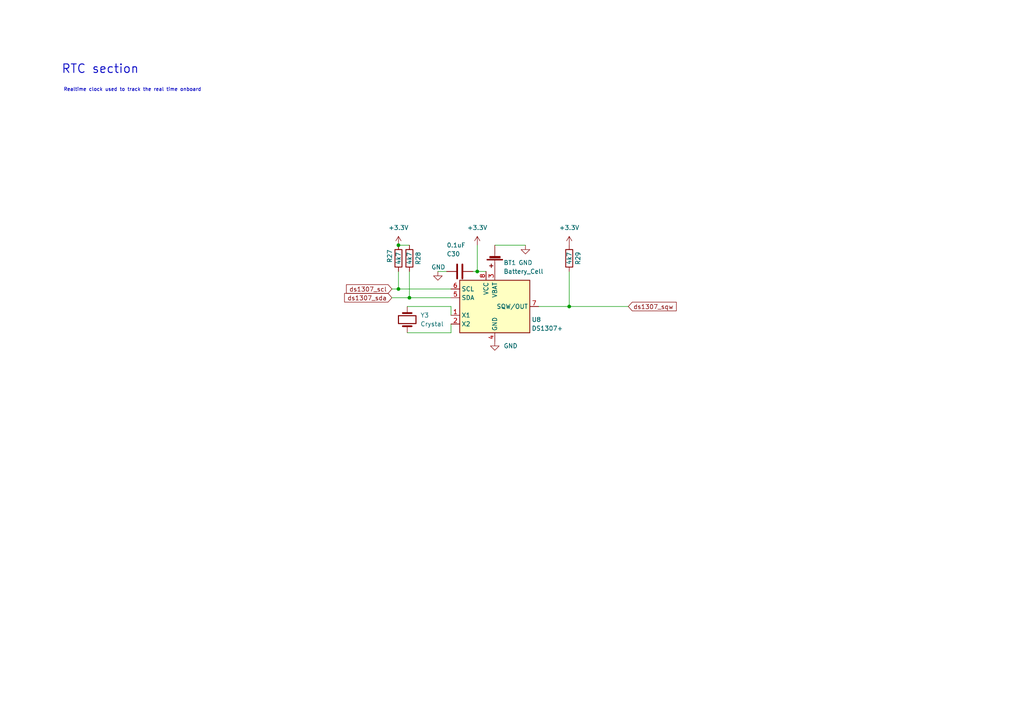
<source format=kicad_sch>
(kicad_sch (version 20230121) (generator eeschema)

  (uuid bd38fb17-afe1-4f64-93e2-3f4edd762275)

  (paper "A4")

  (title_block
    (title "Iron Warriors v2.0 ")
    (date "2023-08-01")
    (rev "1.1")
  )

  (lib_symbols
    (symbol "Device:Battery_Cell" (pin_numbers hide) (pin_names (offset 0) hide) (in_bom yes) (on_board yes)
      (property "Reference" "BT" (at 2.54 2.54 0)
        (effects (font (size 1.27 1.27)) (justify left))
      )
      (property "Value" "Battery_Cell" (at 2.54 0 0)
        (effects (font (size 1.27 1.27)) (justify left))
      )
      (property "Footprint" "" (at 0 1.524 90)
        (effects (font (size 1.27 1.27)) hide)
      )
      (property "Datasheet" "~" (at 0 1.524 90)
        (effects (font (size 1.27 1.27)) hide)
      )
      (property "ki_keywords" "battery cell" (at 0 0 0)
        (effects (font (size 1.27 1.27)) hide)
      )
      (property "ki_description" "Single-cell battery" (at 0 0 0)
        (effects (font (size 1.27 1.27)) hide)
      )
      (symbol "Battery_Cell_0_1"
        (rectangle (start -2.286 1.778) (end 2.286 1.524)
          (stroke (width 0) (type default))
          (fill (type outline))
        )
        (rectangle (start -1.5748 1.1938) (end 1.4732 0.6858)
          (stroke (width 0) (type default))
          (fill (type outline))
        )
        (polyline
          (pts
            (xy 0 0.762)
            (xy 0 0)
          )
          (stroke (width 0) (type default))
          (fill (type none))
        )
        (polyline
          (pts
            (xy 0 1.778)
            (xy 0 2.54)
          )
          (stroke (width 0) (type default))
          (fill (type none))
        )
        (polyline
          (pts
            (xy 0.508 3.429)
            (xy 1.524 3.429)
          )
          (stroke (width 0.254) (type default))
          (fill (type none))
        )
        (polyline
          (pts
            (xy 1.016 3.937)
            (xy 1.016 2.921)
          )
          (stroke (width 0.254) (type default))
          (fill (type none))
        )
      )
      (symbol "Battery_Cell_1_1"
        (pin passive line (at 0 5.08 270) (length 2.54)
          (name "+" (effects (font (size 1.27 1.27))))
          (number "1" (effects (font (size 1.27 1.27))))
        )
        (pin passive line (at 0 -2.54 90) (length 2.54)
          (name "-" (effects (font (size 1.27 1.27))))
          (number "2" (effects (font (size 1.27 1.27))))
        )
      )
    )
    (symbol "Device:C" (pin_numbers hide) (pin_names (offset 0.254)) (in_bom yes) (on_board yes)
      (property "Reference" "C" (at 0.635 2.54 0)
        (effects (font (size 1.27 1.27)) (justify left))
      )
      (property "Value" "C" (at 0.635 -2.54 0)
        (effects (font (size 1.27 1.27)) (justify left))
      )
      (property "Footprint" "" (at 0.9652 -3.81 0)
        (effects (font (size 1.27 1.27)) hide)
      )
      (property "Datasheet" "~" (at 0 0 0)
        (effects (font (size 1.27 1.27)) hide)
      )
      (property "ki_keywords" "cap capacitor" (at 0 0 0)
        (effects (font (size 1.27 1.27)) hide)
      )
      (property "ki_description" "Unpolarized capacitor" (at 0 0 0)
        (effects (font (size 1.27 1.27)) hide)
      )
      (property "ki_fp_filters" "C_*" (at 0 0 0)
        (effects (font (size 1.27 1.27)) hide)
      )
      (symbol "C_0_1"
        (polyline
          (pts
            (xy -2.032 -0.762)
            (xy 2.032 -0.762)
          )
          (stroke (width 0.508) (type default))
          (fill (type none))
        )
        (polyline
          (pts
            (xy -2.032 0.762)
            (xy 2.032 0.762)
          )
          (stroke (width 0.508) (type default))
          (fill (type none))
        )
      )
      (symbol "C_1_1"
        (pin passive line (at 0 3.81 270) (length 2.794)
          (name "~" (effects (font (size 1.27 1.27))))
          (number "1" (effects (font (size 1.27 1.27))))
        )
        (pin passive line (at 0 -3.81 90) (length 2.794)
          (name "~" (effects (font (size 1.27 1.27))))
          (number "2" (effects (font (size 1.27 1.27))))
        )
      )
    )
    (symbol "Device:Crystal" (pin_numbers hide) (pin_names (offset 1.016) hide) (in_bom yes) (on_board yes)
      (property "Reference" "Y" (at 0 3.81 0)
        (effects (font (size 1.27 1.27)))
      )
      (property "Value" "Crystal" (at 0 -3.81 0)
        (effects (font (size 1.27 1.27)))
      )
      (property "Footprint" "" (at 0 0 0)
        (effects (font (size 1.27 1.27)) hide)
      )
      (property "Datasheet" "~" (at 0 0 0)
        (effects (font (size 1.27 1.27)) hide)
      )
      (property "ki_keywords" "quartz ceramic resonator oscillator" (at 0 0 0)
        (effects (font (size 1.27 1.27)) hide)
      )
      (property "ki_description" "Two pin crystal" (at 0 0 0)
        (effects (font (size 1.27 1.27)) hide)
      )
      (property "ki_fp_filters" "Crystal*" (at 0 0 0)
        (effects (font (size 1.27 1.27)) hide)
      )
      (symbol "Crystal_0_1"
        (rectangle (start -1.143 2.54) (end 1.143 -2.54)
          (stroke (width 0.3048) (type default))
          (fill (type none))
        )
        (polyline
          (pts
            (xy -2.54 0)
            (xy -1.905 0)
          )
          (stroke (width 0) (type default))
          (fill (type none))
        )
        (polyline
          (pts
            (xy -1.905 -1.27)
            (xy -1.905 1.27)
          )
          (stroke (width 0.508) (type default))
          (fill (type none))
        )
        (polyline
          (pts
            (xy 1.905 -1.27)
            (xy 1.905 1.27)
          )
          (stroke (width 0.508) (type default))
          (fill (type none))
        )
        (polyline
          (pts
            (xy 2.54 0)
            (xy 1.905 0)
          )
          (stroke (width 0) (type default))
          (fill (type none))
        )
      )
      (symbol "Crystal_1_1"
        (pin passive line (at -3.81 0 0) (length 1.27)
          (name "1" (effects (font (size 1.27 1.27))))
          (number "1" (effects (font (size 1.27 1.27))))
        )
        (pin passive line (at 3.81 0 180) (length 1.27)
          (name "2" (effects (font (size 1.27 1.27))))
          (number "2" (effects (font (size 1.27 1.27))))
        )
      )
    )
    (symbol "Device:R" (pin_numbers hide) (pin_names (offset 0)) (in_bom yes) (on_board yes)
      (property "Reference" "R" (at 2.032 0 90)
        (effects (font (size 1.27 1.27)))
      )
      (property "Value" "R" (at 0 0 90)
        (effects (font (size 1.27 1.27)))
      )
      (property "Footprint" "" (at -1.778 0 90)
        (effects (font (size 1.27 1.27)) hide)
      )
      (property "Datasheet" "~" (at 0 0 0)
        (effects (font (size 1.27 1.27)) hide)
      )
      (property "ki_keywords" "R res resistor" (at 0 0 0)
        (effects (font (size 1.27 1.27)) hide)
      )
      (property "ki_description" "Resistor" (at 0 0 0)
        (effects (font (size 1.27 1.27)) hide)
      )
      (property "ki_fp_filters" "R_*" (at 0 0 0)
        (effects (font (size 1.27 1.27)) hide)
      )
      (symbol "R_0_1"
        (rectangle (start -1.016 -2.54) (end 1.016 2.54)
          (stroke (width 0.254) (type default))
          (fill (type none))
        )
      )
      (symbol "R_1_1"
        (pin passive line (at 0 3.81 270) (length 1.27)
          (name "~" (effects (font (size 1.27 1.27))))
          (number "1" (effects (font (size 1.27 1.27))))
        )
        (pin passive line (at 0 -3.81 90) (length 1.27)
          (name "~" (effects (font (size 1.27 1.27))))
          (number "2" (effects (font (size 1.27 1.27))))
        )
      )
    )
    (symbol "Timer_RTC:DS1307+" (in_bom yes) (on_board yes)
      (property "Reference" "U" (at -8.89 8.89 0)
        (effects (font (size 1.27 1.27)))
      )
      (property "Value" "DS1307+" (at 1.27 8.89 0)
        (effects (font (size 1.27 1.27)) (justify left))
      )
      (property "Footprint" "Package_DIP:DIP-8_W7.62mm" (at 0 -12.7 0)
        (effects (font (size 1.27 1.27)) hide)
      )
      (property "Datasheet" "https://datasheets.maximintegrated.com/en/ds/DS1307.pdf" (at 0 -5.08 0)
        (effects (font (size 1.27 1.27)) hide)
      )
      (property "ki_keywords" "RTC, Trickle-Charge Timekeeping Chip" (at 0 0 0)
        (effects (font (size 1.27 1.27)) hide)
      )
      (property "ki_description" "64 x 8, Serial, I2C Real-time clock, 4.5V to 5.5V VCC, 0°C to +70°C, DIP-8" (at 0 0 0)
        (effects (font (size 1.27 1.27)) hide)
      )
      (property "ki_fp_filters" "DIP*W7.62mm*" (at 0 0 0)
        (effects (font (size 1.27 1.27)) hide)
      )
      (symbol "DS1307+_0_1"
        (rectangle (start -10.16 7.62) (end 10.16 -7.62)
          (stroke (width 0.254) (type default))
          (fill (type background))
        )
      )
      (symbol "DS1307+_1_1"
        (pin input line (at -12.7 -2.54 0) (length 2.54)
          (name "X1" (effects (font (size 1.27 1.27))))
          (number "1" (effects (font (size 1.27 1.27))))
        )
        (pin input line (at -12.7 -5.08 0) (length 2.54)
          (name "X2" (effects (font (size 1.27 1.27))))
          (number "2" (effects (font (size 1.27 1.27))))
        )
        (pin power_in line (at 0 10.16 270) (length 2.54)
          (name "VBAT" (effects (font (size 1.27 1.27))))
          (number "3" (effects (font (size 1.27 1.27))))
        )
        (pin power_in line (at 0 -10.16 90) (length 2.54)
          (name "GND" (effects (font (size 1.27 1.27))))
          (number "4" (effects (font (size 1.27 1.27))))
        )
        (pin bidirectional line (at -12.7 2.54 0) (length 2.54)
          (name "SDA" (effects (font (size 1.27 1.27))))
          (number "5" (effects (font (size 1.27 1.27))))
        )
        (pin input line (at -12.7 5.08 0) (length 2.54)
          (name "SCL" (effects (font (size 1.27 1.27))))
          (number "6" (effects (font (size 1.27 1.27))))
        )
        (pin open_collector line (at 12.7 0 180) (length 2.54)
          (name "SQW/OUT" (effects (font (size 1.27 1.27))))
          (number "7" (effects (font (size 1.27 1.27))))
        )
        (pin power_in line (at -2.54 10.16 270) (length 2.54)
          (name "VCC" (effects (font (size 1.27 1.27))))
          (number "8" (effects (font (size 1.27 1.27))))
        )
      )
    )
    (symbol "power:+3.3V" (power) (pin_names (offset 0)) (in_bom yes) (on_board yes)
      (property "Reference" "#PWR" (at 0 -3.81 0)
        (effects (font (size 1.27 1.27)) hide)
      )
      (property "Value" "+3.3V" (at 0 3.556 0)
        (effects (font (size 1.27 1.27)))
      )
      (property "Footprint" "" (at 0 0 0)
        (effects (font (size 1.27 1.27)) hide)
      )
      (property "Datasheet" "" (at 0 0 0)
        (effects (font (size 1.27 1.27)) hide)
      )
      (property "ki_keywords" "power-flag" (at 0 0 0)
        (effects (font (size 1.27 1.27)) hide)
      )
      (property "ki_description" "Power symbol creates a global label with name \"+3.3V\"" (at 0 0 0)
        (effects (font (size 1.27 1.27)) hide)
      )
      (symbol "+3.3V_0_1"
        (polyline
          (pts
            (xy -0.762 1.27)
            (xy 0 2.54)
          )
          (stroke (width 0) (type default))
          (fill (type none))
        )
        (polyline
          (pts
            (xy 0 0)
            (xy 0 2.54)
          )
          (stroke (width 0) (type default))
          (fill (type none))
        )
        (polyline
          (pts
            (xy 0 2.54)
            (xy 0.762 1.27)
          )
          (stroke (width 0) (type default))
          (fill (type none))
        )
      )
      (symbol "+3.3V_1_1"
        (pin power_in line (at 0 0 90) (length 0) hide
          (name "+3.3V" (effects (font (size 1.27 1.27))))
          (number "1" (effects (font (size 1.27 1.27))))
        )
      )
    )
    (symbol "power:GND" (power) (pin_names (offset 0)) (in_bom yes) (on_board yes)
      (property "Reference" "#PWR" (at 0 -6.35 0)
        (effects (font (size 1.27 1.27)) hide)
      )
      (property "Value" "GND" (at 0 -3.81 0)
        (effects (font (size 1.27 1.27)))
      )
      (property "Footprint" "" (at 0 0 0)
        (effects (font (size 1.27 1.27)) hide)
      )
      (property "Datasheet" "" (at 0 0 0)
        (effects (font (size 1.27 1.27)) hide)
      )
      (property "ki_keywords" "power-flag" (at 0 0 0)
        (effects (font (size 1.27 1.27)) hide)
      )
      (property "ki_description" "Power symbol creates a global label with name \"GND\" , ground" (at 0 0 0)
        (effects (font (size 1.27 1.27)) hide)
      )
      (symbol "GND_0_1"
        (polyline
          (pts
            (xy 0 0)
            (xy 0 -1.27)
            (xy 1.27 -1.27)
            (xy 0 -2.54)
            (xy -1.27 -1.27)
            (xy 0 -1.27)
          )
          (stroke (width 0) (type default))
          (fill (type none))
        )
      )
      (symbol "GND_1_1"
        (pin power_in line (at 0 0 270) (length 0) hide
          (name "GND" (effects (font (size 1.27 1.27))))
          (number "1" (effects (font (size 1.27 1.27))))
        )
      )
    )
  )

  (junction (at 165.1 88.9) (diameter 0) (color 0 0 0 0)
    (uuid 1e9a6901-e158-4fee-beba-6c8cd41adbc2)
  )
  (junction (at 115.57 83.82) (diameter 0) (color 0 0 0 0)
    (uuid 2f7bb088-6ef0-499e-8e90-def765edfbd8)
  )
  (junction (at 118.745 86.36) (diameter 0) (color 0 0 0 0)
    (uuid 40dae721-aeb7-4b4f-a94f-01a209191a55)
  )
  (junction (at 115.57 71.12) (diameter 0) (color 0 0 0 0)
    (uuid 8eeb87a0-0a4e-47f8-86d1-388cab0de12f)
  )
  (junction (at 138.43 78.74) (diameter 0) (color 0 0 0 0)
    (uuid c7dafcdb-cdb7-4965-adee-5adaaec26bb5)
  )

  (wire (pts (xy 138.43 78.74) (xy 140.97 78.74))
    (stroke (width 0) (type default))
    (uuid 01b2934b-aa7c-4644-8fcb-135e102cbc1d)
  )
  (wire (pts (xy 165.1 88.9) (xy 182.245 88.9))
    (stroke (width 0) (type default))
    (uuid 06c9e156-8499-4a88-b593-28d899fc5fa9)
  )
  (wire (pts (xy 138.43 71.12) (xy 138.43 78.74))
    (stroke (width 0) (type default))
    (uuid 1460129f-4e71-4b9f-9dd6-b9071a6c3aa1)
  )
  (wire (pts (xy 115.57 78.74) (xy 115.57 83.82))
    (stroke (width 0) (type default))
    (uuid 177a7730-42b3-464e-8f73-d4a61fbe80a9)
  )
  (wire (pts (xy 118.11 88.9) (xy 130.81 88.9))
    (stroke (width 0) (type default))
    (uuid 18e23c63-3262-4035-bbaa-12d16cb24804)
  )
  (wire (pts (xy 129.54 78.74) (xy 127 78.74))
    (stroke (width 0) (type default))
    (uuid 1eec0b03-0757-41ce-bf8f-7b96f73a8cc4)
  )
  (wire (pts (xy 113.665 83.82) (xy 115.57 83.82))
    (stroke (width 0) (type default))
    (uuid 24607fbf-4e9e-4a70-b818-185012013e06)
  )
  (wire (pts (xy 130.81 96.52) (xy 130.81 93.98))
    (stroke (width 0) (type default))
    (uuid 41858265-c6c0-4adb-9c92-db84c246bbd0)
  )
  (wire (pts (xy 113.665 86.36) (xy 118.745 86.36))
    (stroke (width 0) (type default))
    (uuid 4584118e-e092-4fbf-b195-c014739b1a6d)
  )
  (wire (pts (xy 137.16 78.74) (xy 138.43 78.74))
    (stroke (width 0) (type default))
    (uuid 52b7f527-3680-4afb-bf84-dd3a71081844)
  )
  (wire (pts (xy 115.57 71.12) (xy 118.745 71.12))
    (stroke (width 0) (type default))
    (uuid 52dc210b-c835-4de6-a820-0685c32be0a1)
  )
  (wire (pts (xy 115.57 83.82) (xy 130.81 83.82))
    (stroke (width 0) (type default))
    (uuid 5e95db9f-d219-4c1b-89a8-a245910a1efe)
  )
  (wire (pts (xy 152.4 71.12) (xy 143.51 71.12))
    (stroke (width 0) (type default))
    (uuid 60e089a5-6e72-409f-b1bd-caf88d46af1d)
  )
  (wire (pts (xy 165.1 88.9) (xy 156.21 88.9))
    (stroke (width 0) (type default))
    (uuid 84d2cfe7-7ac0-43c4-8185-1d89bde86d5c)
  )
  (wire (pts (xy 165.1 78.74) (xy 165.1 88.9))
    (stroke (width 0) (type default))
    (uuid 8cb78aba-992a-4073-b49b-34e8f8a5182c)
  )
  (wire (pts (xy 118.745 86.36) (xy 130.81 86.36))
    (stroke (width 0) (type default))
    (uuid c7c992e1-7bda-476d-b9f8-15bce47740a2)
  )
  (wire (pts (xy 118.745 78.74) (xy 118.745 86.36))
    (stroke (width 0) (type default))
    (uuid e188c0ab-34ba-4b48-93fc-f08aff58dde9)
  )
  (wire (pts (xy 118.11 96.52) (xy 130.81 96.52))
    (stroke (width 0) (type default))
    (uuid fb29e3f2-7224-4c21-8bb2-75504ded2c57)
  )
  (wire (pts (xy 130.81 88.9) (xy 130.81 91.44))
    (stroke (width 0) (type default))
    (uuid ffbae1cf-ff30-47db-86f8-62a99e6c5791)
  )

  (text "Realtime clock used to track the real time onboard"
    (at 18.415 26.67 0)
    (effects (font (size 1 1)) (justify left bottom))
    (uuid 0d1960ce-110f-40cf-b7fd-ada7c11d1da2)
  )
  (text "RTC section" (at 17.78 21.59 0)
    (effects (font (size 2.5 2.5) (thickness 0.254) bold) (justify left bottom))
    (uuid bb5bcefd-9935-4832-9c6f-dbc9dcc2ff32)
  )

  (global_label "ds1307_sda" (shape input) (at 113.665 86.36 180) (fields_autoplaced)
    (effects (font (size 1.27 1.27)) (justify right))
    (uuid b0d6be5b-4202-4be6-9d83-f2577fe46fce)
    (property "Intersheetrefs" "${INTERSHEET_REFS}" (at 99.9429 86.2806 0)
      (effects (font (size 1.27 1.27)) (justify right) hide)
    )
  )
  (global_label "ds1307_scl" (shape input) (at 113.665 83.82 180) (fields_autoplaced)
    (effects (font (size 1.27 1.27)) (justify right))
    (uuid d88fa36b-27c5-4755-9fff-9597696dd4cb)
    (property "Intersheetrefs" "${INTERSHEET_REFS}" (at 100.4871 83.7406 0)
      (effects (font (size 1.27 1.27)) (justify right) hide)
    )
  )
  (global_label "ds1307_sqw" (shape input) (at 182.245 88.9 0) (fields_autoplaced)
    (effects (font (size 1.27 1.27)) (justify left))
    (uuid f02ce3dd-5511-42b1-8fbc-32545eedf88b)
    (property "Intersheetrefs" "${INTERSHEET_REFS}" (at 196.1486 88.8206 0)
      (effects (font (size 1.27 1.27)) (justify left) hide)
    )
  )

  (symbol (lib_id "power:GND") (at 152.4 71.12 0) (unit 1)
    (in_bom yes) (on_board yes) (dnp no) (fields_autoplaced)
    (uuid 1336f571-7585-42cd-a593-a801405e0baa)
    (property "Reference" "#PWR0168" (at 152.4 77.47 0)
      (effects (font (size 1.27 1.27)) hide)
    )
    (property "Value" "GND" (at 152.4 76.2 0)
      (effects (font (size 1.27 1.27)))
    )
    (property "Footprint" "" (at 152.4 71.12 0)
      (effects (font (size 1.27 1.27)) hide)
    )
    (property "Datasheet" "" (at 152.4 71.12 0)
      (effects (font (size 1.27 1.27)) hide)
    )
    (pin "1" (uuid 520c67fe-67ba-430c-b4ce-d41eac9d9057))
    (instances
      (project "IW_board_v2.0"
        (path "/1b406b54-f499-4f1c-a8be-65a408c65757/b7b52878-fe66-484d-b159-40551c46f7bc/0c0248b8-67d4-4ae2-b23e-d48900f49043"
          (reference "#PWR0168") (unit 1)
        )
      )
    )
  )

  (symbol (lib_id "Device:R") (at 118.745 74.93 0) (unit 1)
    (in_bom yes) (on_board yes) (dnp no)
    (uuid 20404b8d-7291-4a9d-9d2e-591cd7730907)
    (property "Reference" "R28" (at 121.285 74.93 90)
      (effects (font (size 1.27 1.27)))
    )
    (property "Value" "4k7" (at 118.745 74.93 90)
      (effects (font (size 1.27 1.27)))
    )
    (property "Footprint" "Resistor_SMD:R_0603_1608Metric" (at 116.967 74.93 90)
      (effects (font (size 1.27 1.27)) hide)
    )
    (property "Datasheet" "~" (at 118.745 74.93 0)
      (effects (font (size 1.27 1.27)) hide)
    )
    (pin "1" (uuid 146c64a1-1771-4462-a212-80046b13958e))
    (pin "2" (uuid 45b983c4-52a7-4f99-bad2-63d7ef0a3508))
    (instances
      (project "IW_board_v2.0"
        (path "/1b406b54-f499-4f1c-a8be-65a408c65757/b7b52878-fe66-484d-b159-40551c46f7bc/0c0248b8-67d4-4ae2-b23e-d48900f49043"
          (reference "R28") (unit 1)
        )
      )
    )
  )

  (symbol (lib_id "power:+3.3V") (at 115.57 71.12 0) (unit 1)
    (in_bom yes) (on_board yes) (dnp no)
    (uuid 4cc310ee-d798-4574-b82e-78de6fcfe93c)
    (property "Reference" "#PWR0172" (at 115.57 74.93 0)
      (effects (font (size 1.27 1.27)) hide)
    )
    (property "Value" "+3.3V" (at 115.57 66.04 0)
      (effects (font (size 1.27 1.27)))
    )
    (property "Footprint" "" (at 115.57 71.12 0)
      (effects (font (size 1.27 1.27)) hide)
    )
    (property "Datasheet" "" (at 115.57 71.12 0)
      (effects (font (size 1.27 1.27)) hide)
    )
    (pin "1" (uuid 4aee8cd2-4e61-4d22-a6dc-41746959ff83))
    (instances
      (project "IW_board_v2.0"
        (path "/1b406b54-f499-4f1c-a8be-65a408c65757/b7b52878-fe66-484d-b159-40551c46f7bc/0c0248b8-67d4-4ae2-b23e-d48900f49043"
          (reference "#PWR0172") (unit 1)
        )
      )
    )
  )

  (symbol (lib_id "power:+3.3V") (at 138.43 71.12 0) (unit 1)
    (in_bom yes) (on_board yes) (dnp no)
    (uuid 5b661fc6-eafc-46f5-880f-8bbad6c53766)
    (property "Reference" "#PWR0169" (at 138.43 74.93 0)
      (effects (font (size 1.27 1.27)) hide)
    )
    (property "Value" "+3.3V" (at 138.43 66.04 0)
      (effects (font (size 1.27 1.27)))
    )
    (property "Footprint" "" (at 138.43 71.12 0)
      (effects (font (size 1.27 1.27)) hide)
    )
    (property "Datasheet" "" (at 138.43 71.12 0)
      (effects (font (size 1.27 1.27)) hide)
    )
    (pin "1" (uuid c2e71bc2-efe8-42d3-be94-cecccd354d3b))
    (instances
      (project "IW_board_v2.0"
        (path "/1b406b54-f499-4f1c-a8be-65a408c65757/b7b52878-fe66-484d-b159-40551c46f7bc/0c0248b8-67d4-4ae2-b23e-d48900f49043"
          (reference "#PWR0169") (unit 1)
        )
      )
    )
  )

  (symbol (lib_id "Device:R") (at 115.57 74.93 0) (unit 1)
    (in_bom yes) (on_board yes) (dnp no)
    (uuid 5caed1e5-42b4-4ebf-8b37-d174dde4ae3d)
    (property "Reference" "R27" (at 113.03 74.295 90)
      (effects (font (size 1.27 1.27)))
    )
    (property "Value" "4k7" (at 115.57 74.93 90)
      (effects (font (size 1.27 1.27)))
    )
    (property "Footprint" "Resistor_SMD:R_0603_1608Metric" (at 113.792 74.93 90)
      (effects (font (size 1.27 1.27)) hide)
    )
    (property "Datasheet" "~" (at 115.57 74.93 0)
      (effects (font (size 1.27 1.27)) hide)
    )
    (pin "1" (uuid 6f89c58a-c190-44b7-986a-ffbc55185a51))
    (pin "2" (uuid 224c0d38-66e7-4bf6-92d3-bcc1afaf9237))
    (instances
      (project "IW_board_v2.0"
        (path "/1b406b54-f499-4f1c-a8be-65a408c65757/b7b52878-fe66-484d-b159-40551c46f7bc/0c0248b8-67d4-4ae2-b23e-d48900f49043"
          (reference "R27") (unit 1)
        )
      )
    )
  )

  (symbol (lib_id "Device:Crystal") (at 118.11 92.71 270) (unit 1)
    (in_bom yes) (on_board yes) (dnp no) (fields_autoplaced)
    (uuid 91cdbbd8-66da-4a8b-a291-a5f7f70b63a6)
    (property "Reference" "Y3" (at 121.92 91.4399 90)
      (effects (font (size 1.27 1.27)) (justify left))
    )
    (property "Value" "Crystal" (at 121.92 93.9799 90)
      (effects (font (size 1.27 1.27)) (justify left))
    )
    (property "Footprint" "Crystal:Crystal_SMD_3215-2Pin_3.2x1.5mm" (at 118.11 92.71 0)
      (effects (font (size 1.27 1.27)) hide)
    )
    (property "Datasheet" "~" (at 118.11 92.71 0)
      (effects (font (size 1.27 1.27)) hide)
    )
    (pin "1" (uuid f36a915b-399b-49f9-89a0-a4cab12c8cc8))
    (pin "2" (uuid b89133db-12fc-42e3-bf1e-c9ed6c38e56a))
    (instances
      (project "IW_board_v2.0"
        (path "/1b406b54-f499-4f1c-a8be-65a408c65757/b7b52878-fe66-484d-b159-40551c46f7bc/0c0248b8-67d4-4ae2-b23e-d48900f49043"
          (reference "Y3") (unit 1)
        )
      )
    )
  )

  (symbol (lib_id "power:GND") (at 127 78.74 0) (unit 1)
    (in_bom yes) (on_board yes) (dnp no)
    (uuid 9a6e2fb4-3cd0-4883-8509-002d157cd0a5)
    (property "Reference" "#PWR0170" (at 127 85.09 0)
      (effects (font (size 1.27 1.27)) hide)
    )
    (property "Value" "GND" (at 125.095 77.47 0)
      (effects (font (size 1.27 1.27)) (justify left))
    )
    (property "Footprint" "" (at 127 78.74 0)
      (effects (font (size 1.27 1.27)) hide)
    )
    (property "Datasheet" "" (at 127 78.74 0)
      (effects (font (size 1.27 1.27)) hide)
    )
    (pin "1" (uuid ecddec1d-208d-439a-960a-433994c6fa08))
    (instances
      (project "IW_board_v2.0"
        (path "/1b406b54-f499-4f1c-a8be-65a408c65757/b7b52878-fe66-484d-b159-40551c46f7bc/0c0248b8-67d4-4ae2-b23e-d48900f49043"
          (reference "#PWR0170") (unit 1)
        )
      )
    )
  )

  (symbol (lib_id "Device:C") (at 133.35 78.74 270) (unit 1)
    (in_bom yes) (on_board yes) (dnp no)
    (uuid 9a885c2b-b486-4d07-ba21-83d207b53acc)
    (property "Reference" "C30" (at 129.54 73.66 90)
      (effects (font (size 1.27 1.27)) (justify left))
    )
    (property "Value" "0.1uF" (at 129.54 71.12 90)
      (effects (font (size 1.27 1.27)) (justify left))
    )
    (property "Footprint" "Capacitor_SMD:C_0603_1608Metric" (at 129.54 79.7052 0)
      (effects (font (size 1.27 1.27)) hide)
    )
    (property "Datasheet" "~" (at 133.35 78.74 0)
      (effects (font (size 1.27 1.27)) hide)
    )
    (pin "1" (uuid 358d9a6f-86e2-41e9-bca6-7abaffff2650))
    (pin "2" (uuid 4671c2ae-ebf6-4612-8cdd-ece6d8122763))
    (instances
      (project "IW_board_v2.0"
        (path "/1b406b54-f499-4f1c-a8be-65a408c65757/b7b52878-fe66-484d-b159-40551c46f7bc/0c0248b8-67d4-4ae2-b23e-d48900f49043"
          (reference "C30") (unit 1)
        )
      )
    )
  )

  (symbol (lib_id "Device:R") (at 165.1 74.93 0) (unit 1)
    (in_bom yes) (on_board yes) (dnp no)
    (uuid 9c808d5f-ae0e-4580-89ee-a6e9c9531a07)
    (property "Reference" "R29" (at 167.64 74.93 90)
      (effects (font (size 1.27 1.27)))
    )
    (property "Value" "4k7" (at 165.1 74.93 90)
      (effects (font (size 1.27 1.27)))
    )
    (property "Footprint" "Resistor_SMD:R_0603_1608Metric" (at 163.322 74.93 90)
      (effects (font (size 1.27 1.27)) hide)
    )
    (property "Datasheet" "~" (at 165.1 74.93 0)
      (effects (font (size 1.27 1.27)) hide)
    )
    (pin "1" (uuid 5d052845-9d73-4a0a-8c5b-29b8de6f230b))
    (pin "2" (uuid 7c658213-ba3a-4fb6-9aee-b5a00caa9b06))
    (instances
      (project "IW_board_v2.0"
        (path "/1b406b54-f499-4f1c-a8be-65a408c65757/b7b52878-fe66-484d-b159-40551c46f7bc/0c0248b8-67d4-4ae2-b23e-d48900f49043"
          (reference "R29") (unit 1)
        )
      )
    )
  )

  (symbol (lib_id "Timer_RTC:DS1307+") (at 143.51 88.9 0) (unit 1)
    (in_bom yes) (on_board yes) (dnp no)
    (uuid b2da11ca-b2c7-40fe-8e4d-d9466f66693b)
    (property "Reference" "U8" (at 155.575 92.71 0)
      (effects (font (size 1.27 1.27)))
    )
    (property "Value" "DS1307+" (at 158.75 95.25 0)
      (effects (font (size 1.27 1.27)))
    )
    (property "Footprint" "Package_SO:SOIC-8_3.9x4.9mm_P1.27mm" (at 143.51 101.6 0)
      (effects (font (size 1.27 1.27)) hide)
    )
    (property "Datasheet" "https://datasheets.maximintegrated.com/en/ds/DS1307.pdf" (at 143.51 93.98 0)
      (effects (font (size 1.27 1.27)) hide)
    )
    (pin "1" (uuid c472d996-7946-447c-bfdc-2cf51cfa667c))
    (pin "2" (uuid 00fc29b0-f3e3-4425-bba1-96f48b02cb15))
    (pin "3" (uuid b3dc2d36-4333-4218-a1cb-fd1b1502e78d))
    (pin "4" (uuid f8bd02d9-5d8f-4ccf-b9b2-f89ee6177950))
    (pin "5" (uuid 051b426d-d195-4d86-9ced-e5c5ef1e0576))
    (pin "6" (uuid af0a656d-a455-47de-94aa-6d8d95cdb478))
    (pin "7" (uuid 59e5399f-8648-4f64-a1e3-f8a285aa178c))
    (pin "8" (uuid 7eac6e6e-1975-433e-8d16-f9b02dbbdfdc))
    (instances
      (project "IW_board_v2.0"
        (path "/1b406b54-f499-4f1c-a8be-65a408c65757/b7b52878-fe66-484d-b159-40551c46f7bc/0c0248b8-67d4-4ae2-b23e-d48900f49043"
          (reference "U8") (unit 1)
        )
      )
    )
  )

  (symbol (lib_id "power:+3.3V") (at 165.1 71.12 0) (unit 1)
    (in_bom yes) (on_board yes) (dnp no)
    (uuid b383180e-97c6-4897-ad33-b07a38aa08af)
    (property "Reference" "#PWR0171" (at 165.1 74.93 0)
      (effects (font (size 1.27 1.27)) hide)
    )
    (property "Value" "+3.3V" (at 165.1 66.04 0)
      (effects (font (size 1.27 1.27)))
    )
    (property "Footprint" "" (at 165.1 71.12 0)
      (effects (font (size 1.27 1.27)) hide)
    )
    (property "Datasheet" "" (at 165.1 71.12 0)
      (effects (font (size 1.27 1.27)) hide)
    )
    (pin "1" (uuid ef8b2db1-2e11-44fe-ad17-674309309414))
    (instances
      (project "IW_board_v2.0"
        (path "/1b406b54-f499-4f1c-a8be-65a408c65757/b7b52878-fe66-484d-b159-40551c46f7bc/0c0248b8-67d4-4ae2-b23e-d48900f49043"
          (reference "#PWR0171") (unit 1)
        )
      )
    )
  )

  (symbol (lib_id "power:GND") (at 143.51 99.06 0) (unit 1)
    (in_bom yes) (on_board yes) (dnp no) (fields_autoplaced)
    (uuid cffc90bb-2699-487a-bbbf-e2fae78bcc8a)
    (property "Reference" "#PWR0161" (at 143.51 105.41 0)
      (effects (font (size 1.27 1.27)) hide)
    )
    (property "Value" "GND" (at 146.05 100.3299 0)
      (effects (font (size 1.27 1.27)) (justify left))
    )
    (property "Footprint" "" (at 143.51 99.06 0)
      (effects (font (size 1.27 1.27)) hide)
    )
    (property "Datasheet" "" (at 143.51 99.06 0)
      (effects (font (size 1.27 1.27)) hide)
    )
    (pin "1" (uuid 3577a1d3-a87f-404b-aed7-a8f4b860996a))
    (instances
      (project "IW_board_v2.0"
        (path "/1b406b54-f499-4f1c-a8be-65a408c65757/b7b52878-fe66-484d-b159-40551c46f7bc/0c0248b8-67d4-4ae2-b23e-d48900f49043"
          (reference "#PWR0161") (unit 1)
        )
      )
    )
  )

  (symbol (lib_id "Device:Battery_Cell") (at 143.51 73.66 180) (unit 1)
    (in_bom yes) (on_board yes) (dnp no)
    (uuid d73fbf81-ba36-4bbf-865c-1fd41697b686)
    (property "Reference" "BT1" (at 146.05 76.2 0)
      (effects (font (size 1.27 1.27)) (justify right))
    )
    (property "Value" "Battery_Cell" (at 146.05 78.74 0)
      (effects (font (size 1.27 1.27)) (justify right))
    )
    (property "Footprint" "Battery:BatteryHolder_Keystone_3034_1x20mm" (at 143.51 75.184 90)
      (effects (font (size 1.27 1.27)) hide)
    )
    (property "Datasheet" "~" (at 143.51 75.184 90)
      (effects (font (size 1.27 1.27)) hide)
    )
    (pin "1" (uuid c34ee930-5fe8-4bc5-80fc-15cca34e0666))
    (pin "2" (uuid 13e9e26f-fafe-4107-a80c-31563618217b))
    (instances
      (project "IW_board_v2.0"
        (path "/1b406b54-f499-4f1c-a8be-65a408c65757/b7b52878-fe66-484d-b159-40551c46f7bc/0c0248b8-67d4-4ae2-b23e-d48900f49043"
          (reference "BT1") (unit 1)
        )
      )
    )
  )
)

</source>
